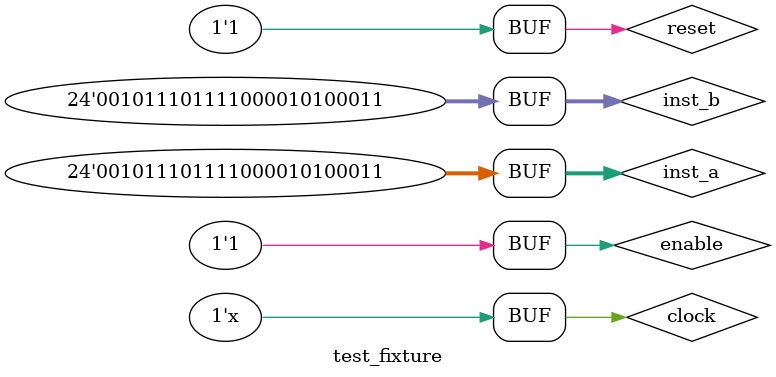
<source format=v>
module test_fixture;
//the test will fail for numbers whose multiplication will create an overflow
//since result is only n bits for nxn multiplication.
reg clock,reset;
reg [23:0] inst_a,inst_b;
reg enable;
wire [23:0] op;
wire [7:0] status;
initial
begin
	clock = 0;
#10 reset =0;
#10       reset=1;
#2  inst_a=24'b001011101111000010100011;
	    inst_b=24'b001011101111000010100011;
#5 enable=1;
end
always #5 clock = ~clock;
fp_addsub_24 u1(inst_a,inst_b,0,op,clock,reset,status,enable,done_flag);  
endmodule

</source>
